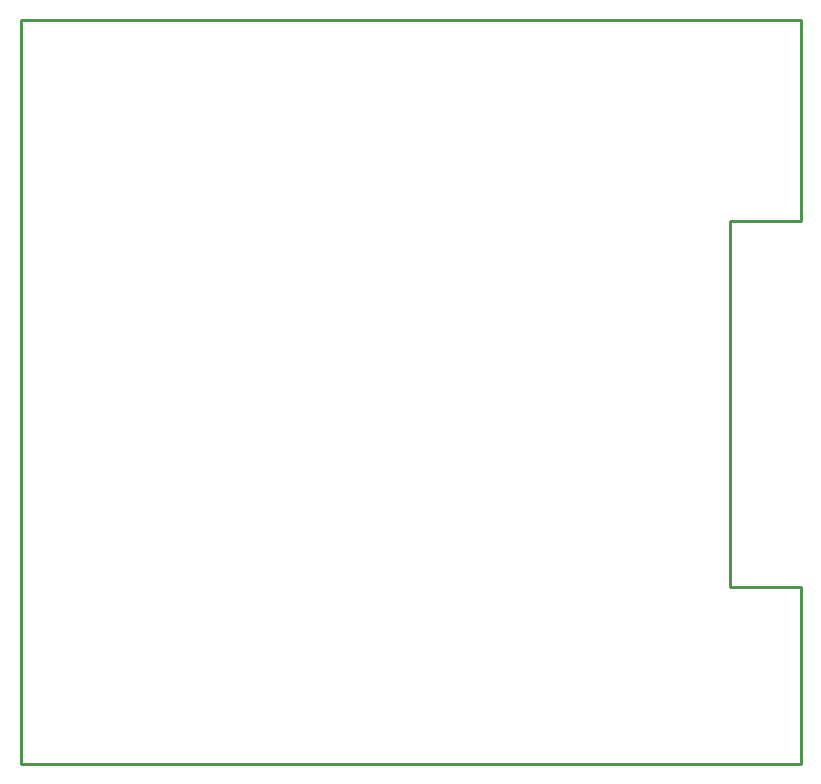
<source format=gm1>
G04*
G04 #@! TF.GenerationSoftware,Altium Limited,Altium Designer,19.0.14 (431)*
G04*
G04 Layer_Color=16711935*
%FSLAX25Y25*%
%MOIN*%
G70*
G01*
G75*
%ADD10C,0.01000*%
D10*
X0Y0D02*
Y248031D01*
X259842Y181102D02*
Y248031D01*
X236221Y181102D02*
X259842D01*
X236221Y59055D02*
Y181102D01*
Y59055D02*
X259842D01*
Y0D02*
Y59055D01*
X0Y248031D02*
X259842D01*
X0Y0D02*
X259842D01*
M02*

</source>
